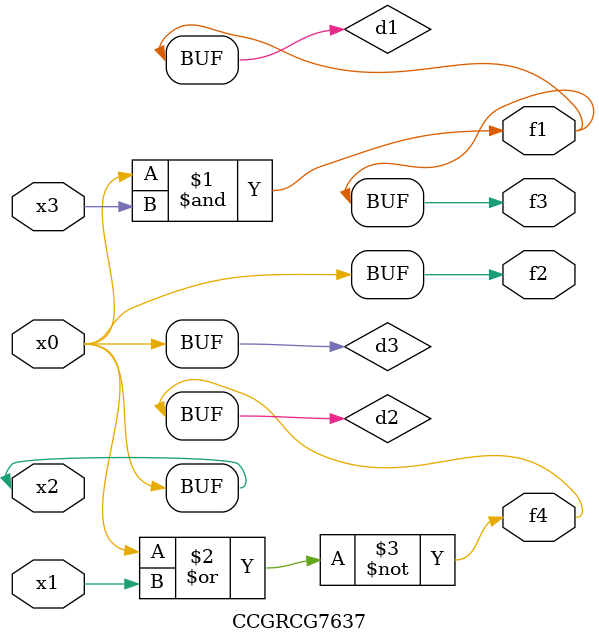
<source format=v>
module CCGRCG7637(
	input x0, x1, x2, x3,
	output f1, f2, f3, f4
);

	wire d1, d2, d3;

	and (d1, x2, x3);
	nor (d2, x0, x1);
	buf (d3, x0, x2);
	assign f1 = d1;
	assign f2 = d3;
	assign f3 = d1;
	assign f4 = d2;
endmodule

</source>
